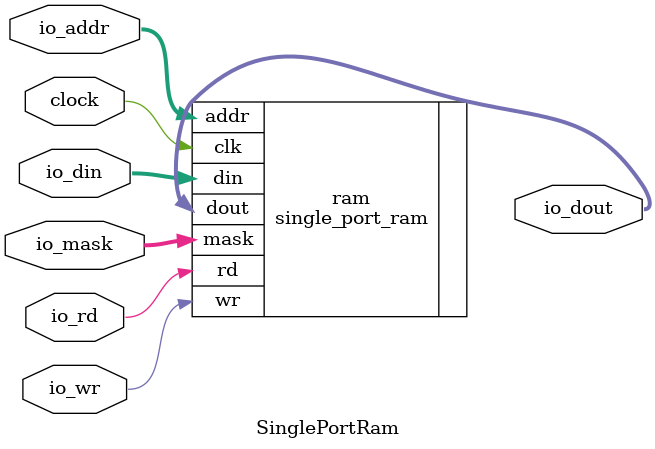
<source format=sv>
module SinglePortRam(
  input         clock,
  input         io_rd,
  input         io_wr,
  input  [14:0] io_addr,
  input  [1:0]  io_mask,
  input  [15:0] io_din,
  output [15:0] io_dout
);

  single_port_ram #(
    .ADDR_WIDTH(15),
    .DATA_WIDTH(16),
    .DEPTH(0),
    .MASK_ENABLE("TRUE")
  ) ram (
    .clk  (clock),
    .rd   (io_rd),
    .wr   (io_wr),
    .addr (io_addr),
    .mask (io_mask),
    .din  (io_din),
    .dout (io_dout)
  );
endmodule


</source>
